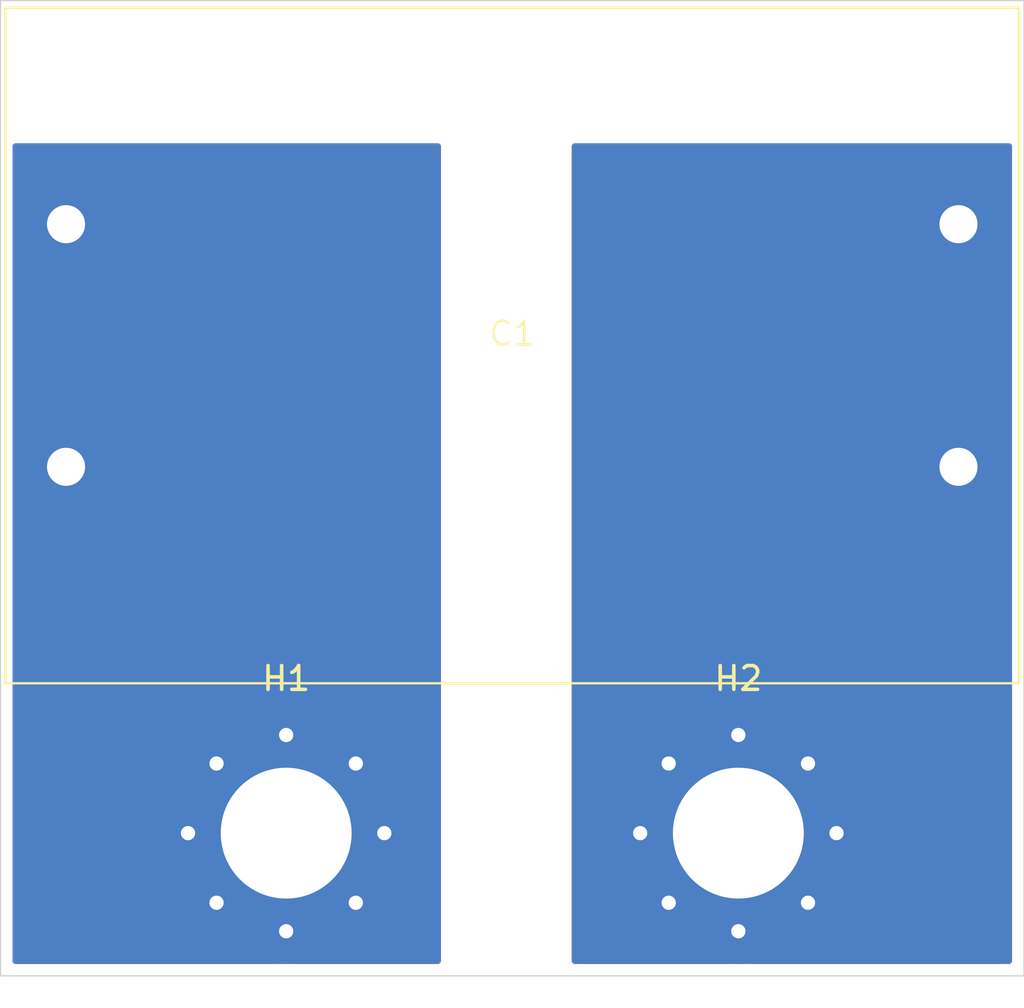
<source format=kicad_pcb>
(kicad_pcb (version 20240108) (generator "pcbnew") (generator_version "8.0")
  (layers (0 "F.Cu" signal) (31 "B.Cu" signal) (34 "B.Paste" user) (35 "F.Paste" user) (36 "B.SilkS" user "B.Silkscreen") (37 "F.SilkS" user "F.Silkscreen") (38 "B.Mask" user) (39 "F.Mask" user) (44 "Edge.Cuts" user))
  (net 0 "")
  (net 1 "Net-(C1-Pad2)")
  (net 2 "Net-(C1-Pad1)")
  (footprint "MountingHole:MountingHole_5.5mm_Pad_Via" (layer "F.Cu") (at 109 90.5)
    (property "Reference" "H2" (at 0 -6.5 0) (layer "F.SilkS"))
    (property "Value" "DC-")
    (pad "1" thru_hole circle (at -4.125 0) (size 0.9 0.9) (drill 0.6) (layers "*.Cu" "*.Mask") (net 1 "Net-(C1-Pad2)"))
    (pad "1" thru_hole circle (at -2.926815 -2.926815) (size 0.9 0.9) (drill 0.6) (layers "*.Cu" "*.Mask") (net 1 "Net-(C1-Pad2)"))
    (pad "1" thru_hole circle (at -2.926815 2.926815) (size 0.9 0.9) (drill 0.6) (layers "*.Cu" "*.Mask") (net 1 "Net-(C1-Pad2)"))
    (pad "1" thru_hole circle (at 0 -4.125) (size 0.9 0.9) (drill 0.6) (layers "*.Cu" "*.Mask") (net 1 "Net-(C1-Pad2)"))
    (pad "1" thru_hole circle (at 0 0) (size 11 11) (drill 5.5) (layers "*.Cu" "*.Mask") (net 1 "Net-(C1-Pad2)"))
    (pad "1" thru_hole circle (at 0 4.125) (size 0.9 0.9) (drill 0.6) (layers "*.Cu" "*.Mask") (net 1 "Net-(C1-Pad2)"))
    (pad "1" thru_hole circle (at 2.926815 -2.926815) (size 0.9 0.9) (drill 0.6) (layers "*.Cu" "*.Mask") (net 1 "Net-(C1-Pad2)"))
    (pad "1" thru_hole circle (at 2.926815 2.926815) (size 0.9 0.9) (drill 0.6) (layers "*.Cu" "*.Mask") (net 1 "Net-(C1-Pad2)"))
    (pad "1" thru_hole circle (at 4.125 0) (size 0.9 0.9) (drill 0.6) (layers "*.Cu" "*.Mask") (net 1 "Net-(C1-Pad2)"))
  )
  (footprint "MountingHole:MountingHole_5.5mm_Pad_Via" (layer "F.Cu") (at 90 90.5)
    (property "Reference" "H1" (at 0 -6.5 0) (layer "F.SilkS"))
    (property "Value" "DC+")
    (pad "1" thru_hole circle (at -4.125 0) (size 0.9 0.9) (drill 0.6) (layers "*.Cu" "*.Mask") (net 2 "Net-(C1-Pad1)"))
    (pad "1" thru_hole circle (at -2.926815 -2.926815) (size 0.9 0.9) (drill 0.6) (layers "*.Cu" "*.Mask") (net 2 "Net-(C1-Pad1)"))
    (pad "1" thru_hole circle (at -2.926815 2.926815) (size 0.9 0.9) (drill 0.6) (layers "*.Cu" "*.Mask") (net 2 "Net-(C1-Pad1)"))
    (pad "1" thru_hole circle (at 0 -4.125) (size 0.9 0.9) (drill 0.6) (layers "*.Cu" "*.Mask") (net 2 "Net-(C1-Pad1)"))
    (pad "1" thru_hole circle (at 0 0) (size 11 11) (drill 5.5) (layers "*.Cu" "*.Mask") (net 2 "Net-(C1-Pad1)"))
    (pad "1" thru_hole circle (at 0 4.125) (size 0.9 0.9) (drill 0.6) (layers "*.Cu" "*.Mask") (net 2 "Net-(C1-Pad1)"))
    (pad "1" thru_hole circle (at 2.926815 -2.926815) (size 0.9 0.9) (drill 0.6) (layers "*.Cu" "*.Mask") (net 2 "Net-(C1-Pad1)"))
    (pad "1" thru_hole circle (at 2.926815 2.926815) (size 0.9 0.9) (drill 0.6) (layers "*.Cu" "*.Mask") (net 2 "Net-(C1-Pad1)"))
    (pad "1" thru_hole circle (at 4.125 0) (size 0.9 0.9) (drill 0.6) (layers "*.Cu" "*.Mask") (net 2 "Net-(C1-Pad1)"))
  )
  (footprint "Personal:C4AQ-M_WJ" (layer "F.Cu") (at 99.5 70)
    (property "Reference" "C1" (at 0 -0.5 0) (layer "F.SilkS") (effects (font (thickness 0.1))))
    (property "Value" "30u")
    (fp_rect (start -21.3 -14.2) (end 21.3 14.2) (stroke (width 0.1)) (fill none) (layer "F.SilkS"))
    (pad "1" thru_hole circle (at -18.75 -5.1) (size 2.8 2.8) (drill 1.6) (layers "*.Cu" "*.Mask") (net 2 "Net-(C1-Pad1)"))
    (pad "1" thru_hole circle (at -18.75 5.1) (size 2.8 2.8) (drill 1.6) (layers "*.Cu" "*.Mask") (net 2 "Net-(C1-Pad1)"))
    (pad "2" thru_hole circle (at 18.75 -5.1) (size 2.8 2.8) (drill 1.6) (layers "*.Cu" "*.Mask") (net 1 "Net-(C1-Pad2)"))
    (pad "2" thru_hole circle (at 18.75 5.1) (size 2.8 2.8) (drill 1.6) (layers "*.Cu" "*.Mask") (net 1 "Net-(C1-Pad2)"))
  )
  (gr_rect (start 78 55.5) (end 121 96.5) (stroke (width 0.05)) (fill none) (layer "Edge.Cuts"))
  (zone (net 2) (net_name "Net-(C1-Pad1)") (layers "F&B.Cu") (connect_pads yes (clearance 0.5)) (min_thickness 0.25) (fill yes (thermal_gap 0.25) (thermal_bridge_width 3))
    (polygon (pts (xy 96.5 96.5) (xy 96.5 61.5) (xy 78 61.5) (xy 78 96.5)))
  )
  (zone (net 1) (net_name "Net-(C1-Pad2)") (layers "F&B.Cu") (priority 1) (connect_pads yes (clearance 0.5)) (min_thickness 0.25) (fill yes (thermal_gap 0.25) (thermal_bridge_width 3))
    (polygon (pts (xy 121 61.5) (xy 102 61.5) (xy 102 96.5) (xy 121 96.5)))
  )
)
</source>
